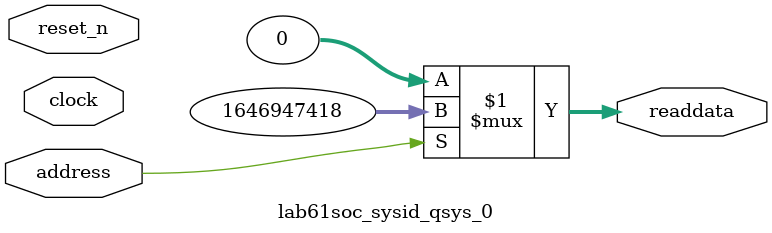
<source format=v>



// synthesis translate_off
`timescale 1ns / 1ps
// synthesis translate_on

// turn off superfluous verilog processor warnings 
// altera message_level Level1 
// altera message_off 10034 10035 10036 10037 10230 10240 10030 

module lab61soc_sysid_qsys_0 (
               // inputs:
                address,
                clock,
                reset_n,

               // outputs:
                readdata
             )
;

  output  [ 31: 0] readdata;
  input            address;
  input            clock;
  input            reset_n;

  wire    [ 31: 0] readdata;
  //control_slave, which is an e_avalon_slave
  assign readdata = address ? 1646947418 : 0;

endmodule



</source>
